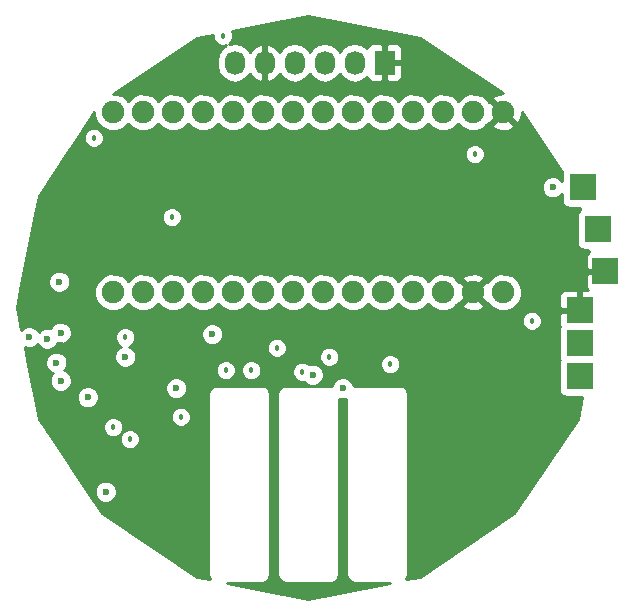
<source format=gbr>
G04 #@! TF.FileFunction,Copper,L2,Inr,Plane*
%FSLAX46Y46*%
G04 Gerber Fmt 4.6, Leading zero omitted, Abs format (unit mm)*
G04 Created by KiCad (PCBNEW 4.0.2-stable) date 7/7/2016 4:53:18 PM*
%MOMM*%
G01*
G04 APERTURE LIST*
%ADD10C,0.100000*%
%ADD11C,1.900000*%
%ADD12R,2.235200X2.235200*%
%ADD13R,1.727200X2.032000*%
%ADD14O,1.727200X2.032000*%
%ADD15C,0.457200*%
%ADD16C,0.600000*%
%ADD17C,0.254000*%
G04 APERTURE END LIST*
D10*
D11*
X162560000Y-76200000D03*
X160020000Y-76200000D03*
X157480000Y-76200000D03*
X154940000Y-76200000D03*
X152400000Y-76200000D03*
X149860000Y-76200000D03*
X147320000Y-76200000D03*
X144780000Y-76200000D03*
X142240000Y-76200000D03*
X139700000Y-76200000D03*
X137160000Y-76200000D03*
X134620000Y-76200000D03*
X132080000Y-76200000D03*
X132080000Y-91440000D03*
X134620000Y-91440000D03*
X137160000Y-91440000D03*
X139700000Y-91440000D03*
X142240000Y-91440000D03*
X144780000Y-91440000D03*
X147320000Y-91440000D03*
X149860000Y-91440000D03*
X152400000Y-91440000D03*
X154940000Y-91440000D03*
X157480000Y-91440000D03*
X160020000Y-91440000D03*
X162560000Y-91440000D03*
X165100000Y-91440000D03*
X165100000Y-76200000D03*
D12*
X171831000Y-82550000D03*
X173101000Y-86106000D03*
X173736000Y-89662000D03*
X171577000Y-95758000D03*
D13*
X155067000Y-72009000D03*
D14*
X152527000Y-72009000D03*
X149987000Y-72009000D03*
X147447000Y-72009000D03*
X144907000Y-72009000D03*
X142367000Y-72009000D03*
D12*
X171577000Y-98552000D03*
X171577000Y-92964000D03*
D15*
X133477000Y-103886000D03*
X167513000Y-93853000D03*
X130429000Y-78359000D03*
X141605000Y-98044000D03*
X162687000Y-79756000D03*
X141351000Y-69723000D03*
X137033000Y-85090000D03*
D16*
X124968000Y-95250000D03*
X169291000Y-82550000D03*
X140462000Y-94996000D03*
D15*
X164719000Y-93980000D03*
X160528000Y-79629000D03*
X140081000Y-88900000D03*
X168148000Y-88773000D03*
X159385000Y-84836000D03*
X140335000Y-80010000D03*
D16*
X145605500Y-107886500D03*
X162179000Y-111506000D03*
X148082000Y-94107000D03*
X151447500Y-107759500D03*
X171704000Y-89662000D03*
X137287000Y-98425000D03*
X133604000Y-107950000D03*
X126619000Y-103124000D03*
X127635000Y-95885000D03*
X129921000Y-100330000D03*
X131445000Y-108331000D03*
X127635000Y-94869000D03*
D15*
X137795000Y-101981000D03*
X132080000Y-102870000D03*
X143764000Y-98044000D03*
X133096000Y-95250000D03*
D16*
X151511000Y-99568000D03*
X137414000Y-99568000D03*
X133096000Y-96901000D03*
X126492000Y-95377000D03*
X127254000Y-97409000D03*
X148971000Y-98425000D03*
D15*
X155532000Y-97536000D03*
D16*
X127508000Y-90551000D03*
X127635000Y-98933000D03*
D15*
X150368000Y-96901000D03*
X148082000Y-98171000D03*
X145923000Y-96139000D03*
D17*
G36*
X158038454Y-69899414D02*
X165094319Y-74613993D01*
X164722539Y-74628648D01*
X164255792Y-74821981D01*
X164163255Y-75083650D01*
X165100000Y-76020395D01*
X165114143Y-76006253D01*
X165293748Y-76185858D01*
X165279605Y-76200000D01*
X166216350Y-77136745D01*
X166478019Y-77044208D01*
X166696188Y-76452602D01*
X166686483Y-76206394D01*
X170092109Y-81303272D01*
X170065960Y-81432400D01*
X170065960Y-82002868D01*
X169821327Y-81757808D01*
X169477799Y-81615162D01*
X169105833Y-81614838D01*
X168762057Y-81756883D01*
X168498808Y-82019673D01*
X168356162Y-82363201D01*
X168355838Y-82735167D01*
X168497883Y-83078943D01*
X168760673Y-83342192D01*
X169104201Y-83484838D01*
X169476167Y-83485162D01*
X169819943Y-83343117D01*
X170065960Y-83097529D01*
X170065960Y-83667600D01*
X170110238Y-83902917D01*
X170249310Y-84119041D01*
X170461510Y-84264031D01*
X170713400Y-84315040D01*
X171610139Y-84315040D01*
X171638171Y-84455965D01*
X171531959Y-84524310D01*
X171386969Y-84736510D01*
X171335960Y-84988400D01*
X171335960Y-87223600D01*
X171380238Y-87458917D01*
X171519310Y-87675041D01*
X171731510Y-87820031D01*
X171983400Y-87871040D01*
X172317471Y-87871040D01*
X172351195Y-88040580D01*
X172207073Y-88184701D01*
X172110400Y-88418090D01*
X172110400Y-89376250D01*
X172269150Y-89535000D01*
X172648453Y-89535000D01*
X172698977Y-89789000D01*
X172269150Y-89789000D01*
X172110400Y-89947750D01*
X172110400Y-90905910D01*
X172207073Y-91139299D01*
X172279174Y-91211400D01*
X171862750Y-91211400D01*
X171704000Y-91370150D01*
X171704000Y-92837000D01*
X171724000Y-92837000D01*
X171724000Y-93091000D01*
X171704000Y-93091000D01*
X171704000Y-93111000D01*
X171450000Y-93111000D01*
X171450000Y-93091000D01*
X169983150Y-93091000D01*
X169824400Y-93249750D01*
X169824400Y-94207910D01*
X169885530Y-94355491D01*
X169862969Y-94388510D01*
X169811960Y-94640400D01*
X169811960Y-96875600D01*
X169856238Y-97110917D01*
X169883228Y-97152860D01*
X169862969Y-97182510D01*
X169811960Y-97434400D01*
X169811960Y-99669600D01*
X169856238Y-99904917D01*
X169995310Y-100121041D01*
X170207510Y-100266031D01*
X170459400Y-100317040D01*
X171766866Y-100317040D01*
X171400586Y-102158454D01*
X166048466Y-110168466D01*
X158038454Y-115520586D01*
X156884421Y-115750137D01*
X156992954Y-115587705D01*
X157047000Y-115316000D01*
X157047000Y-100076000D01*
X156992954Y-99804295D01*
X156839046Y-99573954D01*
X156608705Y-99420046D01*
X156337000Y-99366000D01*
X152527000Y-99366000D01*
X152445874Y-99382137D01*
X152304117Y-99039057D01*
X152041327Y-98775808D01*
X151697799Y-98633162D01*
X151325833Y-98632838D01*
X150982057Y-98774883D01*
X150718808Y-99037673D01*
X150576162Y-99381201D01*
X150576161Y-99382144D01*
X150495000Y-99366000D01*
X146685000Y-99366000D01*
X146413295Y-99420046D01*
X146182954Y-99573954D01*
X146029046Y-99804295D01*
X145975000Y-100076000D01*
X145975000Y-115316000D01*
X146029046Y-115587705D01*
X146182954Y-115818046D01*
X146413295Y-115971954D01*
X146685000Y-116026000D01*
X150495000Y-116026000D01*
X150766705Y-115971954D01*
X150997046Y-115818046D01*
X151150954Y-115587705D01*
X151205000Y-115316000D01*
X151205000Y-100453341D01*
X151324201Y-100502838D01*
X151696167Y-100503162D01*
X151817000Y-100453235D01*
X151817000Y-115316000D01*
X151871046Y-115587705D01*
X152024954Y-115818046D01*
X152255295Y-115971954D01*
X152527000Y-116026000D01*
X155497566Y-116026000D01*
X148590000Y-117400000D01*
X141682434Y-116026000D01*
X144653000Y-116026000D01*
X144924705Y-115971954D01*
X145155046Y-115818046D01*
X145308954Y-115587705D01*
X145363000Y-115316000D01*
X145363000Y-100076000D01*
X145308954Y-99804295D01*
X145155046Y-99573954D01*
X144924705Y-99420046D01*
X144653000Y-99366000D01*
X140843000Y-99366000D01*
X140571295Y-99420046D01*
X140340954Y-99573954D01*
X140187046Y-99804295D01*
X140133000Y-100076000D01*
X140133000Y-115316000D01*
X140187046Y-115587705D01*
X140295579Y-115750137D01*
X139141546Y-115520586D01*
X131131534Y-110168466D01*
X130027503Y-108516167D01*
X130509838Y-108516167D01*
X130651883Y-108859943D01*
X130914673Y-109123192D01*
X131258201Y-109265838D01*
X131630167Y-109266162D01*
X131973943Y-109124117D01*
X132237192Y-108861327D01*
X132379838Y-108517799D01*
X132380162Y-108145833D01*
X132238117Y-107802057D01*
X131975327Y-107538808D01*
X131631799Y-107396162D01*
X131259833Y-107395838D01*
X130916057Y-107537883D01*
X130652808Y-107800673D01*
X130510162Y-108144201D01*
X130509838Y-108516167D01*
X130027503Y-108516167D01*
X126369131Y-103041027D01*
X131216250Y-103041027D01*
X131347449Y-103358551D01*
X131590171Y-103601698D01*
X131907466Y-103733450D01*
X132251027Y-103733750D01*
X132568551Y-103602551D01*
X132724070Y-103447304D01*
X132613550Y-103713466D01*
X132613250Y-104057027D01*
X132744449Y-104374551D01*
X132987171Y-104617698D01*
X133304466Y-104749450D01*
X133648027Y-104749750D01*
X133965551Y-104618551D01*
X134208698Y-104375829D01*
X134340450Y-104058534D01*
X134340750Y-103714973D01*
X134209551Y-103397449D01*
X133966829Y-103154302D01*
X133649534Y-103022550D01*
X133305973Y-103022250D01*
X132988449Y-103153449D01*
X132832930Y-103308696D01*
X132943450Y-103042534D01*
X132943750Y-102698973D01*
X132812551Y-102381449D01*
X132583531Y-102152027D01*
X136931250Y-102152027D01*
X137062449Y-102469551D01*
X137305171Y-102712698D01*
X137622466Y-102844450D01*
X137966027Y-102844750D01*
X138283551Y-102713551D01*
X138526698Y-102470829D01*
X138658450Y-102153534D01*
X138658750Y-101809973D01*
X138527551Y-101492449D01*
X138284829Y-101249302D01*
X137967534Y-101117550D01*
X137623973Y-101117250D01*
X137306449Y-101248449D01*
X137063302Y-101491171D01*
X136931550Y-101808466D01*
X136931250Y-102152027D01*
X132583531Y-102152027D01*
X132569829Y-102138302D01*
X132252534Y-102006550D01*
X131908973Y-102006250D01*
X131591449Y-102137449D01*
X131348302Y-102380171D01*
X131216550Y-102697466D01*
X131216250Y-103041027D01*
X126369131Y-103041027D01*
X125779414Y-102158454D01*
X125452545Y-100515167D01*
X128985838Y-100515167D01*
X129127883Y-100858943D01*
X129390673Y-101122192D01*
X129734201Y-101264838D01*
X130106167Y-101265162D01*
X130449943Y-101123117D01*
X130713192Y-100860327D01*
X130855838Y-100516799D01*
X130856162Y-100144833D01*
X130714117Y-99801057D01*
X130666311Y-99753167D01*
X136478838Y-99753167D01*
X136620883Y-100096943D01*
X136883673Y-100360192D01*
X137227201Y-100502838D01*
X137599167Y-100503162D01*
X137942943Y-100361117D01*
X138206192Y-100098327D01*
X138348838Y-99754799D01*
X138349162Y-99382833D01*
X138207117Y-99039057D01*
X137944327Y-98775808D01*
X137600799Y-98633162D01*
X137228833Y-98632838D01*
X136885057Y-98774883D01*
X136621808Y-99037673D01*
X136479162Y-99381201D01*
X136478838Y-99753167D01*
X130666311Y-99753167D01*
X130451327Y-99537808D01*
X130107799Y-99395162D01*
X129735833Y-99394838D01*
X129392057Y-99536883D01*
X129128808Y-99799673D01*
X128986162Y-100143201D01*
X128985838Y-100515167D01*
X125452545Y-100515167D01*
X124871522Y-97594167D01*
X126318838Y-97594167D01*
X126460883Y-97937943D01*
X126723673Y-98201192D01*
X126950351Y-98295317D01*
X126842808Y-98402673D01*
X126700162Y-98746201D01*
X126699838Y-99118167D01*
X126841883Y-99461943D01*
X127104673Y-99725192D01*
X127448201Y-99867838D01*
X127820167Y-99868162D01*
X128163943Y-99726117D01*
X128427192Y-99463327D01*
X128569838Y-99119799D01*
X128570162Y-98747833D01*
X128428117Y-98404057D01*
X128239417Y-98215027D01*
X140741250Y-98215027D01*
X140872449Y-98532551D01*
X141115171Y-98775698D01*
X141432466Y-98907450D01*
X141776027Y-98907750D01*
X142093551Y-98776551D01*
X142336698Y-98533829D01*
X142468450Y-98216534D01*
X142468451Y-98215027D01*
X142900250Y-98215027D01*
X143031449Y-98532551D01*
X143274171Y-98775698D01*
X143591466Y-98907450D01*
X143935027Y-98907750D01*
X144252551Y-98776551D01*
X144495698Y-98533829D01*
X144575340Y-98342027D01*
X147218250Y-98342027D01*
X147349449Y-98659551D01*
X147592171Y-98902698D01*
X147909466Y-99034450D01*
X148253027Y-99034750D01*
X148256937Y-99033135D01*
X148440673Y-99217192D01*
X148784201Y-99359838D01*
X149156167Y-99360162D01*
X149499943Y-99218117D01*
X149763192Y-98955327D01*
X149905838Y-98611799D01*
X149906162Y-98239833D01*
X149764117Y-97896057D01*
X149501327Y-97632808D01*
X149157799Y-97490162D01*
X148785833Y-97489838D01*
X148670038Y-97537683D01*
X148571829Y-97439302D01*
X148254534Y-97307550D01*
X147910973Y-97307250D01*
X147593449Y-97438449D01*
X147350302Y-97681171D01*
X147218550Y-97998466D01*
X147218250Y-98342027D01*
X144575340Y-98342027D01*
X144627450Y-98216534D01*
X144627750Y-97872973D01*
X144496551Y-97555449D01*
X144253829Y-97312302D01*
X143936534Y-97180550D01*
X143592973Y-97180250D01*
X143275449Y-97311449D01*
X143032302Y-97554171D01*
X142900550Y-97871466D01*
X142900250Y-98215027D01*
X142468451Y-98215027D01*
X142468750Y-97872973D01*
X142337551Y-97555449D01*
X142094829Y-97312302D01*
X141777534Y-97180550D01*
X141433973Y-97180250D01*
X141116449Y-97311449D01*
X140873302Y-97554171D01*
X140741550Y-97871466D01*
X140741250Y-98215027D01*
X128239417Y-98215027D01*
X128165327Y-98140808D01*
X127938649Y-98046683D01*
X128046192Y-97939327D01*
X128188838Y-97595799D01*
X128189162Y-97223833D01*
X128132280Y-97086167D01*
X132160838Y-97086167D01*
X132302883Y-97429943D01*
X132565673Y-97693192D01*
X132909201Y-97835838D01*
X133281167Y-97836162D01*
X133624943Y-97694117D01*
X133888192Y-97431327D01*
X134030838Y-97087799D01*
X134030851Y-97072027D01*
X149504250Y-97072027D01*
X149635449Y-97389551D01*
X149878171Y-97632698D01*
X150195466Y-97764450D01*
X150539027Y-97764750D01*
X150678726Y-97707027D01*
X154668250Y-97707027D01*
X154799449Y-98024551D01*
X155042171Y-98267698D01*
X155359466Y-98399450D01*
X155703027Y-98399750D01*
X156020551Y-98268551D01*
X156263698Y-98025829D01*
X156395450Y-97708534D01*
X156395750Y-97364973D01*
X156264551Y-97047449D01*
X156021829Y-96804302D01*
X155704534Y-96672550D01*
X155360973Y-96672250D01*
X155043449Y-96803449D01*
X154800302Y-97046171D01*
X154668550Y-97363466D01*
X154668250Y-97707027D01*
X150678726Y-97707027D01*
X150856551Y-97633551D01*
X151099698Y-97390829D01*
X151231450Y-97073534D01*
X151231750Y-96729973D01*
X151100551Y-96412449D01*
X150857829Y-96169302D01*
X150540534Y-96037550D01*
X150196973Y-96037250D01*
X149879449Y-96168449D01*
X149636302Y-96411171D01*
X149504550Y-96728466D01*
X149504250Y-97072027D01*
X134030851Y-97072027D01*
X134031162Y-96715833D01*
X133889117Y-96372057D01*
X133827196Y-96310027D01*
X145059250Y-96310027D01*
X145190449Y-96627551D01*
X145433171Y-96870698D01*
X145750466Y-97002450D01*
X146094027Y-97002750D01*
X146411551Y-96871551D01*
X146654698Y-96628829D01*
X146786450Y-96311534D01*
X146786750Y-95967973D01*
X146655551Y-95650449D01*
X146412829Y-95407302D01*
X146095534Y-95275550D01*
X145751973Y-95275250D01*
X145434449Y-95406449D01*
X145191302Y-95649171D01*
X145059550Y-95966466D01*
X145059250Y-96310027D01*
X133827196Y-96310027D01*
X133626327Y-96108808D01*
X133453086Y-96036872D01*
X133584551Y-95982551D01*
X133827698Y-95739829D01*
X133959450Y-95422534D01*
X133959660Y-95181167D01*
X139526838Y-95181167D01*
X139668883Y-95524943D01*
X139931673Y-95788192D01*
X140275201Y-95930838D01*
X140647167Y-95931162D01*
X140990943Y-95789117D01*
X141254192Y-95526327D01*
X141396838Y-95182799D01*
X141397162Y-94810833D01*
X141255117Y-94467057D01*
X140992327Y-94203808D01*
X140648799Y-94061162D01*
X140276833Y-94060838D01*
X139933057Y-94202883D01*
X139669808Y-94465673D01*
X139527162Y-94809201D01*
X139526838Y-95181167D01*
X133959660Y-95181167D01*
X133959750Y-95078973D01*
X133828551Y-94761449D01*
X133585829Y-94518302D01*
X133268534Y-94386550D01*
X132924973Y-94386250D01*
X132607449Y-94517449D01*
X132364302Y-94760171D01*
X132232550Y-95077466D01*
X132232250Y-95421027D01*
X132363449Y-95738551D01*
X132606171Y-95981698D01*
X132738981Y-96036845D01*
X132567057Y-96107883D01*
X132303808Y-96370673D01*
X132161162Y-96714201D01*
X132160838Y-97086167D01*
X128132280Y-97086167D01*
X128047117Y-96880057D01*
X127784327Y-96616808D01*
X127440799Y-96474162D01*
X127068833Y-96473838D01*
X126725057Y-96615883D01*
X126461808Y-96878673D01*
X126319162Y-97222201D01*
X126318838Y-97594167D01*
X124871522Y-97594167D01*
X124574081Y-96098834D01*
X124781201Y-96184838D01*
X125153167Y-96185162D01*
X125496943Y-96043117D01*
X125680040Y-95860339D01*
X125698883Y-95905943D01*
X125961673Y-96169192D01*
X126305201Y-96311838D01*
X126677167Y-96312162D01*
X127020943Y-96170117D01*
X127284192Y-95907327D01*
X127344965Y-95760970D01*
X127448201Y-95803838D01*
X127820167Y-95804162D01*
X128163943Y-95662117D01*
X128427192Y-95399327D01*
X128569838Y-95055799D01*
X128570162Y-94683833D01*
X128428117Y-94340057D01*
X128165327Y-94076808D01*
X128038217Y-94024027D01*
X166649250Y-94024027D01*
X166780449Y-94341551D01*
X167023171Y-94584698D01*
X167340466Y-94716450D01*
X167684027Y-94716750D01*
X168001551Y-94585551D01*
X168244698Y-94342829D01*
X168376450Y-94025534D01*
X168376750Y-93681973D01*
X168245551Y-93364449D01*
X168002829Y-93121302D01*
X167685534Y-92989550D01*
X167341973Y-92989250D01*
X167024449Y-93120449D01*
X166781302Y-93363171D01*
X166649550Y-93680466D01*
X166649250Y-94024027D01*
X128038217Y-94024027D01*
X127821799Y-93934162D01*
X127449833Y-93933838D01*
X127106057Y-94075883D01*
X126842808Y-94338673D01*
X126782035Y-94485030D01*
X126678799Y-94442162D01*
X126306833Y-94441838D01*
X125963057Y-94583883D01*
X125779960Y-94766661D01*
X125761117Y-94721057D01*
X125498327Y-94457808D01*
X125154799Y-94315162D01*
X124782833Y-94314838D01*
X124439057Y-94456883D01*
X124279216Y-94616446D01*
X123900000Y-92710000D01*
X124090181Y-91753893D01*
X130494725Y-91753893D01*
X130735519Y-92336657D01*
X131180997Y-92782914D01*
X131763341Y-93024724D01*
X132393893Y-93025275D01*
X132976657Y-92784481D01*
X133350261Y-92411529D01*
X133720997Y-92782914D01*
X134303341Y-93024724D01*
X134933893Y-93025275D01*
X135516657Y-92784481D01*
X135890261Y-92411529D01*
X136260997Y-92782914D01*
X136843341Y-93024724D01*
X137473893Y-93025275D01*
X138056657Y-92784481D01*
X138430261Y-92411529D01*
X138800997Y-92782914D01*
X139383341Y-93024724D01*
X140013893Y-93025275D01*
X140596657Y-92784481D01*
X140970261Y-92411529D01*
X141340997Y-92782914D01*
X141923341Y-93024724D01*
X142553893Y-93025275D01*
X143136657Y-92784481D01*
X143510261Y-92411529D01*
X143880997Y-92782914D01*
X144463341Y-93024724D01*
X145093893Y-93025275D01*
X145676657Y-92784481D01*
X146050261Y-92411529D01*
X146420997Y-92782914D01*
X147003341Y-93024724D01*
X147633893Y-93025275D01*
X148216657Y-92784481D01*
X148590261Y-92411529D01*
X148960997Y-92782914D01*
X149543341Y-93024724D01*
X150173893Y-93025275D01*
X150756657Y-92784481D01*
X151130261Y-92411529D01*
X151500997Y-92782914D01*
X152083341Y-93024724D01*
X152713893Y-93025275D01*
X153296657Y-92784481D01*
X153670261Y-92411529D01*
X154040997Y-92782914D01*
X154623341Y-93024724D01*
X155253893Y-93025275D01*
X155836657Y-92784481D01*
X156210261Y-92411529D01*
X156580997Y-92782914D01*
X157163341Y-93024724D01*
X157793893Y-93025275D01*
X158376657Y-92784481D01*
X158750261Y-92411529D01*
X159120997Y-92782914D01*
X159703341Y-93024724D01*
X160333893Y-93025275D01*
X160916657Y-92784481D01*
X161145186Y-92556350D01*
X161623255Y-92556350D01*
X161715792Y-92818019D01*
X162307398Y-93036188D01*
X162937461Y-93011352D01*
X163404208Y-92818019D01*
X163496745Y-92556350D01*
X162560000Y-91619605D01*
X161623255Y-92556350D01*
X161145186Y-92556350D01*
X161356116Y-92345789D01*
X161443650Y-92376745D01*
X162380395Y-91440000D01*
X162739605Y-91440000D01*
X163676350Y-92376745D01*
X163764439Y-92345593D01*
X164200997Y-92782914D01*
X164783341Y-93024724D01*
X165413893Y-93025275D01*
X165996657Y-92784481D01*
X166442914Y-92339003D01*
X166684724Y-91756659D01*
X166684755Y-91720090D01*
X169824400Y-91720090D01*
X169824400Y-92678250D01*
X169983150Y-92837000D01*
X171450000Y-92837000D01*
X171450000Y-91370150D01*
X171291250Y-91211400D01*
X170333091Y-91211400D01*
X170099702Y-91308073D01*
X169921073Y-91486701D01*
X169824400Y-91720090D01*
X166684755Y-91720090D01*
X166685275Y-91126107D01*
X166444481Y-90543343D01*
X165999003Y-90097086D01*
X165416659Y-89855276D01*
X164786107Y-89854725D01*
X164203343Y-90095519D01*
X163763884Y-90534211D01*
X163676350Y-90503255D01*
X162739605Y-91440000D01*
X162380395Y-91440000D01*
X161443650Y-90503255D01*
X161355561Y-90534407D01*
X161145172Y-90323650D01*
X161623255Y-90323650D01*
X162560000Y-91260395D01*
X163496745Y-90323650D01*
X163404208Y-90061981D01*
X162812602Y-89843812D01*
X162182539Y-89868648D01*
X161715792Y-90061981D01*
X161623255Y-90323650D01*
X161145172Y-90323650D01*
X160919003Y-90097086D01*
X160336659Y-89855276D01*
X159706107Y-89854725D01*
X159123343Y-90095519D01*
X158749739Y-90468471D01*
X158379003Y-90097086D01*
X157796659Y-89855276D01*
X157166107Y-89854725D01*
X156583343Y-90095519D01*
X156209739Y-90468471D01*
X155839003Y-90097086D01*
X155256659Y-89855276D01*
X154626107Y-89854725D01*
X154043343Y-90095519D01*
X153669739Y-90468471D01*
X153299003Y-90097086D01*
X152716659Y-89855276D01*
X152086107Y-89854725D01*
X151503343Y-90095519D01*
X151129739Y-90468471D01*
X150759003Y-90097086D01*
X150176659Y-89855276D01*
X149546107Y-89854725D01*
X148963343Y-90095519D01*
X148589739Y-90468471D01*
X148219003Y-90097086D01*
X147636659Y-89855276D01*
X147006107Y-89854725D01*
X146423343Y-90095519D01*
X146049739Y-90468471D01*
X145679003Y-90097086D01*
X145096659Y-89855276D01*
X144466107Y-89854725D01*
X143883343Y-90095519D01*
X143509739Y-90468471D01*
X143139003Y-90097086D01*
X142556659Y-89855276D01*
X141926107Y-89854725D01*
X141343343Y-90095519D01*
X140969739Y-90468471D01*
X140599003Y-90097086D01*
X140016659Y-89855276D01*
X139386107Y-89854725D01*
X138803343Y-90095519D01*
X138429739Y-90468471D01*
X138059003Y-90097086D01*
X137476659Y-89855276D01*
X136846107Y-89854725D01*
X136263343Y-90095519D01*
X135889739Y-90468471D01*
X135519003Y-90097086D01*
X134936659Y-89855276D01*
X134306107Y-89854725D01*
X133723343Y-90095519D01*
X133349739Y-90468471D01*
X132979003Y-90097086D01*
X132396659Y-89855276D01*
X131766107Y-89854725D01*
X131183343Y-90095519D01*
X130737086Y-90540997D01*
X130495276Y-91123341D01*
X130494725Y-91753893D01*
X124090181Y-91753893D01*
X124292619Y-90736167D01*
X126572838Y-90736167D01*
X126714883Y-91079943D01*
X126977673Y-91343192D01*
X127321201Y-91485838D01*
X127693167Y-91486162D01*
X128036943Y-91344117D01*
X128300192Y-91081327D01*
X128442838Y-90737799D01*
X128443162Y-90365833D01*
X128301117Y-90022057D01*
X128038327Y-89758808D01*
X127694799Y-89616162D01*
X127322833Y-89615838D01*
X126979057Y-89757883D01*
X126715808Y-90020673D01*
X126573162Y-90364201D01*
X126572838Y-90736167D01*
X124292619Y-90736167D01*
X125381692Y-85261027D01*
X136169250Y-85261027D01*
X136300449Y-85578551D01*
X136543171Y-85821698D01*
X136860466Y-85953450D01*
X137204027Y-85953750D01*
X137521551Y-85822551D01*
X137764698Y-85579829D01*
X137896450Y-85262534D01*
X137896750Y-84918973D01*
X137765551Y-84601449D01*
X137522829Y-84358302D01*
X137205534Y-84226550D01*
X136861973Y-84226250D01*
X136544449Y-84357449D01*
X136301302Y-84600171D01*
X136169550Y-84917466D01*
X136169250Y-85261027D01*
X125381692Y-85261027D01*
X125779414Y-83261546D01*
X128007468Y-79927027D01*
X161823250Y-79927027D01*
X161954449Y-80244551D01*
X162197171Y-80487698D01*
X162514466Y-80619450D01*
X162858027Y-80619750D01*
X163175551Y-80488551D01*
X163418698Y-80245829D01*
X163550450Y-79928534D01*
X163550750Y-79584973D01*
X163419551Y-79267449D01*
X163176829Y-79024302D01*
X162859534Y-78892550D01*
X162515973Y-78892250D01*
X162198449Y-79023449D01*
X161955302Y-79266171D01*
X161823550Y-79583466D01*
X161823250Y-79927027D01*
X128007468Y-79927027D01*
X128940914Y-78530027D01*
X129565250Y-78530027D01*
X129696449Y-78847551D01*
X129939171Y-79090698D01*
X130256466Y-79222450D01*
X130600027Y-79222750D01*
X130917551Y-79091551D01*
X131160698Y-78848829D01*
X131292450Y-78531534D01*
X131292750Y-78187973D01*
X131161551Y-77870449D01*
X130918829Y-77627302D01*
X130601534Y-77495550D01*
X130257973Y-77495250D01*
X129940449Y-77626449D01*
X129697302Y-77869171D01*
X129565550Y-78186466D01*
X129565250Y-78530027D01*
X128940914Y-78530027D01*
X130494996Y-76204181D01*
X130494725Y-76513893D01*
X130735519Y-77096657D01*
X131180997Y-77542914D01*
X131763341Y-77784724D01*
X132393893Y-77785275D01*
X132976657Y-77544481D01*
X133350261Y-77171529D01*
X133720997Y-77542914D01*
X134303341Y-77784724D01*
X134933893Y-77785275D01*
X135516657Y-77544481D01*
X135890261Y-77171529D01*
X136260997Y-77542914D01*
X136843341Y-77784724D01*
X137473893Y-77785275D01*
X138056657Y-77544481D01*
X138430261Y-77171529D01*
X138800997Y-77542914D01*
X139383341Y-77784724D01*
X140013893Y-77785275D01*
X140596657Y-77544481D01*
X140970261Y-77171529D01*
X141340997Y-77542914D01*
X141923341Y-77784724D01*
X142553893Y-77785275D01*
X143136657Y-77544481D01*
X143510261Y-77171529D01*
X143880997Y-77542914D01*
X144463341Y-77784724D01*
X145093893Y-77785275D01*
X145676657Y-77544481D01*
X146050261Y-77171529D01*
X146420997Y-77542914D01*
X147003341Y-77784724D01*
X147633893Y-77785275D01*
X148216657Y-77544481D01*
X148590261Y-77171529D01*
X148960997Y-77542914D01*
X149543341Y-77784724D01*
X150173893Y-77785275D01*
X150756657Y-77544481D01*
X151130261Y-77171529D01*
X151500997Y-77542914D01*
X152083341Y-77784724D01*
X152713893Y-77785275D01*
X153296657Y-77544481D01*
X153670261Y-77171529D01*
X154040997Y-77542914D01*
X154623341Y-77784724D01*
X155253893Y-77785275D01*
X155836657Y-77544481D01*
X156210261Y-77171529D01*
X156580997Y-77542914D01*
X157163341Y-77784724D01*
X157793893Y-77785275D01*
X158376657Y-77544481D01*
X158750261Y-77171529D01*
X159120997Y-77542914D01*
X159703341Y-77784724D01*
X160333893Y-77785275D01*
X160916657Y-77544481D01*
X161290261Y-77171529D01*
X161660997Y-77542914D01*
X162243341Y-77784724D01*
X162873893Y-77785275D01*
X163456657Y-77544481D01*
X163685186Y-77316350D01*
X164163255Y-77316350D01*
X164255792Y-77578019D01*
X164847398Y-77796188D01*
X165477461Y-77771352D01*
X165944208Y-77578019D01*
X166036745Y-77316350D01*
X165100000Y-76379605D01*
X164163255Y-77316350D01*
X163685186Y-77316350D01*
X163896116Y-77105789D01*
X163983650Y-77136745D01*
X164920395Y-76200000D01*
X163983650Y-75263255D01*
X163895561Y-75294407D01*
X163459003Y-74857086D01*
X162876659Y-74615276D01*
X162246107Y-74614725D01*
X161663343Y-74855519D01*
X161289739Y-75228471D01*
X160919003Y-74857086D01*
X160336659Y-74615276D01*
X159706107Y-74614725D01*
X159123343Y-74855519D01*
X158749739Y-75228471D01*
X158379003Y-74857086D01*
X157796659Y-74615276D01*
X157166107Y-74614725D01*
X156583343Y-74855519D01*
X156209739Y-75228471D01*
X155839003Y-74857086D01*
X155256659Y-74615276D01*
X154626107Y-74614725D01*
X154043343Y-74855519D01*
X153669739Y-75228471D01*
X153299003Y-74857086D01*
X152716659Y-74615276D01*
X152086107Y-74614725D01*
X151503343Y-74855519D01*
X151129739Y-75228471D01*
X150759003Y-74857086D01*
X150176659Y-74615276D01*
X149546107Y-74614725D01*
X148963343Y-74855519D01*
X148589739Y-75228471D01*
X148219003Y-74857086D01*
X147636659Y-74615276D01*
X147006107Y-74614725D01*
X146423343Y-74855519D01*
X146049739Y-75228471D01*
X145679003Y-74857086D01*
X145096659Y-74615276D01*
X144466107Y-74614725D01*
X143883343Y-74855519D01*
X143509739Y-75228471D01*
X143139003Y-74857086D01*
X142556659Y-74615276D01*
X141926107Y-74614725D01*
X141343343Y-74855519D01*
X140969739Y-75228471D01*
X140599003Y-74857086D01*
X140016659Y-74615276D01*
X139386107Y-74614725D01*
X138803343Y-74855519D01*
X138429739Y-75228471D01*
X138059003Y-74857086D01*
X137476659Y-74615276D01*
X136846107Y-74614725D01*
X136263343Y-74855519D01*
X135889739Y-75228471D01*
X135519003Y-74857086D01*
X134936659Y-74615276D01*
X134306107Y-74614725D01*
X133723343Y-74855519D01*
X133349739Y-75228471D01*
X132979003Y-74857086D01*
X132396659Y-74615276D01*
X132084170Y-74615003D01*
X139141546Y-69899414D01*
X140487479Y-69631691D01*
X140487250Y-69894027D01*
X140618449Y-70211551D01*
X140861171Y-70454698D01*
X141178466Y-70586450D01*
X141522027Y-70586750D01*
X141656854Y-70531040D01*
X141307330Y-70764585D01*
X140982474Y-71250766D01*
X140868400Y-71824255D01*
X140868400Y-72193745D01*
X140982474Y-72767234D01*
X141307330Y-73253415D01*
X141793511Y-73578271D01*
X142367000Y-73692345D01*
X142940489Y-73578271D01*
X143426670Y-73253415D01*
X143633461Y-72943931D01*
X144004964Y-73359732D01*
X144532209Y-73613709D01*
X144547974Y-73616358D01*
X144780000Y-73495217D01*
X144780000Y-72136000D01*
X144760000Y-72136000D01*
X144760000Y-71882000D01*
X144780000Y-71882000D01*
X144780000Y-70522783D01*
X145034000Y-70522783D01*
X145034000Y-71882000D01*
X145054000Y-71882000D01*
X145054000Y-72136000D01*
X145034000Y-72136000D01*
X145034000Y-73495217D01*
X145266026Y-73616358D01*
X145281791Y-73613709D01*
X145809036Y-73359732D01*
X146180539Y-72943931D01*
X146387330Y-73253415D01*
X146873511Y-73578271D01*
X147447000Y-73692345D01*
X148020489Y-73578271D01*
X148506670Y-73253415D01*
X148717000Y-72938634D01*
X148927330Y-73253415D01*
X149413511Y-73578271D01*
X149987000Y-73692345D01*
X150560489Y-73578271D01*
X151046670Y-73253415D01*
X151257000Y-72938634D01*
X151467330Y-73253415D01*
X151953511Y-73578271D01*
X152527000Y-73692345D01*
X153100489Y-73578271D01*
X153586670Y-73253415D01*
X153601500Y-73231220D01*
X153665073Y-73384698D01*
X153843701Y-73563327D01*
X154077090Y-73660000D01*
X154781250Y-73660000D01*
X154940000Y-73501250D01*
X154940000Y-72136000D01*
X155194000Y-72136000D01*
X155194000Y-73501250D01*
X155352750Y-73660000D01*
X156056910Y-73660000D01*
X156290299Y-73563327D01*
X156468927Y-73384698D01*
X156565600Y-73151309D01*
X156565600Y-72294750D01*
X156406850Y-72136000D01*
X155194000Y-72136000D01*
X154940000Y-72136000D01*
X154920000Y-72136000D01*
X154920000Y-71882000D01*
X154940000Y-71882000D01*
X154940000Y-70516750D01*
X155194000Y-70516750D01*
X155194000Y-71882000D01*
X156406850Y-71882000D01*
X156565600Y-71723250D01*
X156565600Y-70866691D01*
X156468927Y-70633302D01*
X156290299Y-70454673D01*
X156056910Y-70358000D01*
X155352750Y-70358000D01*
X155194000Y-70516750D01*
X154940000Y-70516750D01*
X154781250Y-70358000D01*
X154077090Y-70358000D01*
X153843701Y-70454673D01*
X153665073Y-70633302D01*
X153601500Y-70786780D01*
X153586670Y-70764585D01*
X153100489Y-70439729D01*
X152527000Y-70325655D01*
X151953511Y-70439729D01*
X151467330Y-70764585D01*
X151257000Y-71079366D01*
X151046670Y-70764585D01*
X150560489Y-70439729D01*
X149987000Y-70325655D01*
X149413511Y-70439729D01*
X148927330Y-70764585D01*
X148717000Y-71079366D01*
X148506670Y-70764585D01*
X148020489Y-70439729D01*
X147447000Y-70325655D01*
X146873511Y-70439729D01*
X146387330Y-70764585D01*
X146180539Y-71074069D01*
X145809036Y-70658268D01*
X145281791Y-70404291D01*
X145266026Y-70401642D01*
X145034000Y-70522783D01*
X144780000Y-70522783D01*
X144547974Y-70401642D01*
X144532209Y-70404291D01*
X144004964Y-70658268D01*
X143633461Y-71074069D01*
X143426670Y-70764585D01*
X142940489Y-70439729D01*
X142367000Y-70325655D01*
X141870802Y-70424355D01*
X142082698Y-70212829D01*
X142214450Y-69895534D01*
X142214750Y-69551973D01*
X142114006Y-69308155D01*
X148590000Y-68020000D01*
X158038454Y-69899414D01*
X158038454Y-69899414D01*
G37*
X158038454Y-69899414D02*
X165094319Y-74613993D01*
X164722539Y-74628648D01*
X164255792Y-74821981D01*
X164163255Y-75083650D01*
X165100000Y-76020395D01*
X165114143Y-76006253D01*
X165293748Y-76185858D01*
X165279605Y-76200000D01*
X166216350Y-77136745D01*
X166478019Y-77044208D01*
X166696188Y-76452602D01*
X166686483Y-76206394D01*
X170092109Y-81303272D01*
X170065960Y-81432400D01*
X170065960Y-82002868D01*
X169821327Y-81757808D01*
X169477799Y-81615162D01*
X169105833Y-81614838D01*
X168762057Y-81756883D01*
X168498808Y-82019673D01*
X168356162Y-82363201D01*
X168355838Y-82735167D01*
X168497883Y-83078943D01*
X168760673Y-83342192D01*
X169104201Y-83484838D01*
X169476167Y-83485162D01*
X169819943Y-83343117D01*
X170065960Y-83097529D01*
X170065960Y-83667600D01*
X170110238Y-83902917D01*
X170249310Y-84119041D01*
X170461510Y-84264031D01*
X170713400Y-84315040D01*
X171610139Y-84315040D01*
X171638171Y-84455965D01*
X171531959Y-84524310D01*
X171386969Y-84736510D01*
X171335960Y-84988400D01*
X171335960Y-87223600D01*
X171380238Y-87458917D01*
X171519310Y-87675041D01*
X171731510Y-87820031D01*
X171983400Y-87871040D01*
X172317471Y-87871040D01*
X172351195Y-88040580D01*
X172207073Y-88184701D01*
X172110400Y-88418090D01*
X172110400Y-89376250D01*
X172269150Y-89535000D01*
X172648453Y-89535000D01*
X172698977Y-89789000D01*
X172269150Y-89789000D01*
X172110400Y-89947750D01*
X172110400Y-90905910D01*
X172207073Y-91139299D01*
X172279174Y-91211400D01*
X171862750Y-91211400D01*
X171704000Y-91370150D01*
X171704000Y-92837000D01*
X171724000Y-92837000D01*
X171724000Y-93091000D01*
X171704000Y-93091000D01*
X171704000Y-93111000D01*
X171450000Y-93111000D01*
X171450000Y-93091000D01*
X169983150Y-93091000D01*
X169824400Y-93249750D01*
X169824400Y-94207910D01*
X169885530Y-94355491D01*
X169862969Y-94388510D01*
X169811960Y-94640400D01*
X169811960Y-96875600D01*
X169856238Y-97110917D01*
X169883228Y-97152860D01*
X169862969Y-97182510D01*
X169811960Y-97434400D01*
X169811960Y-99669600D01*
X169856238Y-99904917D01*
X169995310Y-100121041D01*
X170207510Y-100266031D01*
X170459400Y-100317040D01*
X171766866Y-100317040D01*
X171400586Y-102158454D01*
X166048466Y-110168466D01*
X158038454Y-115520586D01*
X156884421Y-115750137D01*
X156992954Y-115587705D01*
X157047000Y-115316000D01*
X157047000Y-100076000D01*
X156992954Y-99804295D01*
X156839046Y-99573954D01*
X156608705Y-99420046D01*
X156337000Y-99366000D01*
X152527000Y-99366000D01*
X152445874Y-99382137D01*
X152304117Y-99039057D01*
X152041327Y-98775808D01*
X151697799Y-98633162D01*
X151325833Y-98632838D01*
X150982057Y-98774883D01*
X150718808Y-99037673D01*
X150576162Y-99381201D01*
X150576161Y-99382144D01*
X150495000Y-99366000D01*
X146685000Y-99366000D01*
X146413295Y-99420046D01*
X146182954Y-99573954D01*
X146029046Y-99804295D01*
X145975000Y-100076000D01*
X145975000Y-115316000D01*
X146029046Y-115587705D01*
X146182954Y-115818046D01*
X146413295Y-115971954D01*
X146685000Y-116026000D01*
X150495000Y-116026000D01*
X150766705Y-115971954D01*
X150997046Y-115818046D01*
X151150954Y-115587705D01*
X151205000Y-115316000D01*
X151205000Y-100453341D01*
X151324201Y-100502838D01*
X151696167Y-100503162D01*
X151817000Y-100453235D01*
X151817000Y-115316000D01*
X151871046Y-115587705D01*
X152024954Y-115818046D01*
X152255295Y-115971954D01*
X152527000Y-116026000D01*
X155497566Y-116026000D01*
X148590000Y-117400000D01*
X141682434Y-116026000D01*
X144653000Y-116026000D01*
X144924705Y-115971954D01*
X145155046Y-115818046D01*
X145308954Y-115587705D01*
X145363000Y-115316000D01*
X145363000Y-100076000D01*
X145308954Y-99804295D01*
X145155046Y-99573954D01*
X144924705Y-99420046D01*
X144653000Y-99366000D01*
X140843000Y-99366000D01*
X140571295Y-99420046D01*
X140340954Y-99573954D01*
X140187046Y-99804295D01*
X140133000Y-100076000D01*
X140133000Y-115316000D01*
X140187046Y-115587705D01*
X140295579Y-115750137D01*
X139141546Y-115520586D01*
X131131534Y-110168466D01*
X130027503Y-108516167D01*
X130509838Y-108516167D01*
X130651883Y-108859943D01*
X130914673Y-109123192D01*
X131258201Y-109265838D01*
X131630167Y-109266162D01*
X131973943Y-109124117D01*
X132237192Y-108861327D01*
X132379838Y-108517799D01*
X132380162Y-108145833D01*
X132238117Y-107802057D01*
X131975327Y-107538808D01*
X131631799Y-107396162D01*
X131259833Y-107395838D01*
X130916057Y-107537883D01*
X130652808Y-107800673D01*
X130510162Y-108144201D01*
X130509838Y-108516167D01*
X130027503Y-108516167D01*
X126369131Y-103041027D01*
X131216250Y-103041027D01*
X131347449Y-103358551D01*
X131590171Y-103601698D01*
X131907466Y-103733450D01*
X132251027Y-103733750D01*
X132568551Y-103602551D01*
X132724070Y-103447304D01*
X132613550Y-103713466D01*
X132613250Y-104057027D01*
X132744449Y-104374551D01*
X132987171Y-104617698D01*
X133304466Y-104749450D01*
X133648027Y-104749750D01*
X133965551Y-104618551D01*
X134208698Y-104375829D01*
X134340450Y-104058534D01*
X134340750Y-103714973D01*
X134209551Y-103397449D01*
X133966829Y-103154302D01*
X133649534Y-103022550D01*
X133305973Y-103022250D01*
X132988449Y-103153449D01*
X132832930Y-103308696D01*
X132943450Y-103042534D01*
X132943750Y-102698973D01*
X132812551Y-102381449D01*
X132583531Y-102152027D01*
X136931250Y-102152027D01*
X137062449Y-102469551D01*
X137305171Y-102712698D01*
X137622466Y-102844450D01*
X137966027Y-102844750D01*
X138283551Y-102713551D01*
X138526698Y-102470829D01*
X138658450Y-102153534D01*
X138658750Y-101809973D01*
X138527551Y-101492449D01*
X138284829Y-101249302D01*
X137967534Y-101117550D01*
X137623973Y-101117250D01*
X137306449Y-101248449D01*
X137063302Y-101491171D01*
X136931550Y-101808466D01*
X136931250Y-102152027D01*
X132583531Y-102152027D01*
X132569829Y-102138302D01*
X132252534Y-102006550D01*
X131908973Y-102006250D01*
X131591449Y-102137449D01*
X131348302Y-102380171D01*
X131216550Y-102697466D01*
X131216250Y-103041027D01*
X126369131Y-103041027D01*
X125779414Y-102158454D01*
X125452545Y-100515167D01*
X128985838Y-100515167D01*
X129127883Y-100858943D01*
X129390673Y-101122192D01*
X129734201Y-101264838D01*
X130106167Y-101265162D01*
X130449943Y-101123117D01*
X130713192Y-100860327D01*
X130855838Y-100516799D01*
X130856162Y-100144833D01*
X130714117Y-99801057D01*
X130666311Y-99753167D01*
X136478838Y-99753167D01*
X136620883Y-100096943D01*
X136883673Y-100360192D01*
X137227201Y-100502838D01*
X137599167Y-100503162D01*
X137942943Y-100361117D01*
X138206192Y-100098327D01*
X138348838Y-99754799D01*
X138349162Y-99382833D01*
X138207117Y-99039057D01*
X137944327Y-98775808D01*
X137600799Y-98633162D01*
X137228833Y-98632838D01*
X136885057Y-98774883D01*
X136621808Y-99037673D01*
X136479162Y-99381201D01*
X136478838Y-99753167D01*
X130666311Y-99753167D01*
X130451327Y-99537808D01*
X130107799Y-99395162D01*
X129735833Y-99394838D01*
X129392057Y-99536883D01*
X129128808Y-99799673D01*
X128986162Y-100143201D01*
X128985838Y-100515167D01*
X125452545Y-100515167D01*
X124871522Y-97594167D01*
X126318838Y-97594167D01*
X126460883Y-97937943D01*
X126723673Y-98201192D01*
X126950351Y-98295317D01*
X126842808Y-98402673D01*
X126700162Y-98746201D01*
X126699838Y-99118167D01*
X126841883Y-99461943D01*
X127104673Y-99725192D01*
X127448201Y-99867838D01*
X127820167Y-99868162D01*
X128163943Y-99726117D01*
X128427192Y-99463327D01*
X128569838Y-99119799D01*
X128570162Y-98747833D01*
X128428117Y-98404057D01*
X128239417Y-98215027D01*
X140741250Y-98215027D01*
X140872449Y-98532551D01*
X141115171Y-98775698D01*
X141432466Y-98907450D01*
X141776027Y-98907750D01*
X142093551Y-98776551D01*
X142336698Y-98533829D01*
X142468450Y-98216534D01*
X142468451Y-98215027D01*
X142900250Y-98215027D01*
X143031449Y-98532551D01*
X143274171Y-98775698D01*
X143591466Y-98907450D01*
X143935027Y-98907750D01*
X144252551Y-98776551D01*
X144495698Y-98533829D01*
X144575340Y-98342027D01*
X147218250Y-98342027D01*
X147349449Y-98659551D01*
X147592171Y-98902698D01*
X147909466Y-99034450D01*
X148253027Y-99034750D01*
X148256937Y-99033135D01*
X148440673Y-99217192D01*
X148784201Y-99359838D01*
X149156167Y-99360162D01*
X149499943Y-99218117D01*
X149763192Y-98955327D01*
X149905838Y-98611799D01*
X149906162Y-98239833D01*
X149764117Y-97896057D01*
X149501327Y-97632808D01*
X149157799Y-97490162D01*
X148785833Y-97489838D01*
X148670038Y-97537683D01*
X148571829Y-97439302D01*
X148254534Y-97307550D01*
X147910973Y-97307250D01*
X147593449Y-97438449D01*
X147350302Y-97681171D01*
X147218550Y-97998466D01*
X147218250Y-98342027D01*
X144575340Y-98342027D01*
X144627450Y-98216534D01*
X144627750Y-97872973D01*
X144496551Y-97555449D01*
X144253829Y-97312302D01*
X143936534Y-97180550D01*
X143592973Y-97180250D01*
X143275449Y-97311449D01*
X143032302Y-97554171D01*
X142900550Y-97871466D01*
X142900250Y-98215027D01*
X142468451Y-98215027D01*
X142468750Y-97872973D01*
X142337551Y-97555449D01*
X142094829Y-97312302D01*
X141777534Y-97180550D01*
X141433973Y-97180250D01*
X141116449Y-97311449D01*
X140873302Y-97554171D01*
X140741550Y-97871466D01*
X140741250Y-98215027D01*
X128239417Y-98215027D01*
X128165327Y-98140808D01*
X127938649Y-98046683D01*
X128046192Y-97939327D01*
X128188838Y-97595799D01*
X128189162Y-97223833D01*
X128132280Y-97086167D01*
X132160838Y-97086167D01*
X132302883Y-97429943D01*
X132565673Y-97693192D01*
X132909201Y-97835838D01*
X133281167Y-97836162D01*
X133624943Y-97694117D01*
X133888192Y-97431327D01*
X134030838Y-97087799D01*
X134030851Y-97072027D01*
X149504250Y-97072027D01*
X149635449Y-97389551D01*
X149878171Y-97632698D01*
X150195466Y-97764450D01*
X150539027Y-97764750D01*
X150678726Y-97707027D01*
X154668250Y-97707027D01*
X154799449Y-98024551D01*
X155042171Y-98267698D01*
X155359466Y-98399450D01*
X155703027Y-98399750D01*
X156020551Y-98268551D01*
X156263698Y-98025829D01*
X156395450Y-97708534D01*
X156395750Y-97364973D01*
X156264551Y-97047449D01*
X156021829Y-96804302D01*
X155704534Y-96672550D01*
X155360973Y-96672250D01*
X155043449Y-96803449D01*
X154800302Y-97046171D01*
X154668550Y-97363466D01*
X154668250Y-97707027D01*
X150678726Y-97707027D01*
X150856551Y-97633551D01*
X151099698Y-97390829D01*
X151231450Y-97073534D01*
X151231750Y-96729973D01*
X151100551Y-96412449D01*
X150857829Y-96169302D01*
X150540534Y-96037550D01*
X150196973Y-96037250D01*
X149879449Y-96168449D01*
X149636302Y-96411171D01*
X149504550Y-96728466D01*
X149504250Y-97072027D01*
X134030851Y-97072027D01*
X134031162Y-96715833D01*
X133889117Y-96372057D01*
X133827196Y-96310027D01*
X145059250Y-96310027D01*
X145190449Y-96627551D01*
X145433171Y-96870698D01*
X145750466Y-97002450D01*
X146094027Y-97002750D01*
X146411551Y-96871551D01*
X146654698Y-96628829D01*
X146786450Y-96311534D01*
X146786750Y-95967973D01*
X146655551Y-95650449D01*
X146412829Y-95407302D01*
X146095534Y-95275550D01*
X145751973Y-95275250D01*
X145434449Y-95406449D01*
X145191302Y-95649171D01*
X145059550Y-95966466D01*
X145059250Y-96310027D01*
X133827196Y-96310027D01*
X133626327Y-96108808D01*
X133453086Y-96036872D01*
X133584551Y-95982551D01*
X133827698Y-95739829D01*
X133959450Y-95422534D01*
X133959660Y-95181167D01*
X139526838Y-95181167D01*
X139668883Y-95524943D01*
X139931673Y-95788192D01*
X140275201Y-95930838D01*
X140647167Y-95931162D01*
X140990943Y-95789117D01*
X141254192Y-95526327D01*
X141396838Y-95182799D01*
X141397162Y-94810833D01*
X141255117Y-94467057D01*
X140992327Y-94203808D01*
X140648799Y-94061162D01*
X140276833Y-94060838D01*
X139933057Y-94202883D01*
X139669808Y-94465673D01*
X139527162Y-94809201D01*
X139526838Y-95181167D01*
X133959660Y-95181167D01*
X133959750Y-95078973D01*
X133828551Y-94761449D01*
X133585829Y-94518302D01*
X133268534Y-94386550D01*
X132924973Y-94386250D01*
X132607449Y-94517449D01*
X132364302Y-94760171D01*
X132232550Y-95077466D01*
X132232250Y-95421027D01*
X132363449Y-95738551D01*
X132606171Y-95981698D01*
X132738981Y-96036845D01*
X132567057Y-96107883D01*
X132303808Y-96370673D01*
X132161162Y-96714201D01*
X132160838Y-97086167D01*
X128132280Y-97086167D01*
X128047117Y-96880057D01*
X127784327Y-96616808D01*
X127440799Y-96474162D01*
X127068833Y-96473838D01*
X126725057Y-96615883D01*
X126461808Y-96878673D01*
X126319162Y-97222201D01*
X126318838Y-97594167D01*
X124871522Y-97594167D01*
X124574081Y-96098834D01*
X124781201Y-96184838D01*
X125153167Y-96185162D01*
X125496943Y-96043117D01*
X125680040Y-95860339D01*
X125698883Y-95905943D01*
X125961673Y-96169192D01*
X126305201Y-96311838D01*
X126677167Y-96312162D01*
X127020943Y-96170117D01*
X127284192Y-95907327D01*
X127344965Y-95760970D01*
X127448201Y-95803838D01*
X127820167Y-95804162D01*
X128163943Y-95662117D01*
X128427192Y-95399327D01*
X128569838Y-95055799D01*
X128570162Y-94683833D01*
X128428117Y-94340057D01*
X128165327Y-94076808D01*
X128038217Y-94024027D01*
X166649250Y-94024027D01*
X166780449Y-94341551D01*
X167023171Y-94584698D01*
X167340466Y-94716450D01*
X167684027Y-94716750D01*
X168001551Y-94585551D01*
X168244698Y-94342829D01*
X168376450Y-94025534D01*
X168376750Y-93681973D01*
X168245551Y-93364449D01*
X168002829Y-93121302D01*
X167685534Y-92989550D01*
X167341973Y-92989250D01*
X167024449Y-93120449D01*
X166781302Y-93363171D01*
X166649550Y-93680466D01*
X166649250Y-94024027D01*
X128038217Y-94024027D01*
X127821799Y-93934162D01*
X127449833Y-93933838D01*
X127106057Y-94075883D01*
X126842808Y-94338673D01*
X126782035Y-94485030D01*
X126678799Y-94442162D01*
X126306833Y-94441838D01*
X125963057Y-94583883D01*
X125779960Y-94766661D01*
X125761117Y-94721057D01*
X125498327Y-94457808D01*
X125154799Y-94315162D01*
X124782833Y-94314838D01*
X124439057Y-94456883D01*
X124279216Y-94616446D01*
X123900000Y-92710000D01*
X124090181Y-91753893D01*
X130494725Y-91753893D01*
X130735519Y-92336657D01*
X131180997Y-92782914D01*
X131763341Y-93024724D01*
X132393893Y-93025275D01*
X132976657Y-92784481D01*
X133350261Y-92411529D01*
X133720997Y-92782914D01*
X134303341Y-93024724D01*
X134933893Y-93025275D01*
X135516657Y-92784481D01*
X135890261Y-92411529D01*
X136260997Y-92782914D01*
X136843341Y-93024724D01*
X137473893Y-93025275D01*
X138056657Y-92784481D01*
X138430261Y-92411529D01*
X138800997Y-92782914D01*
X139383341Y-93024724D01*
X140013893Y-93025275D01*
X140596657Y-92784481D01*
X140970261Y-92411529D01*
X141340997Y-92782914D01*
X141923341Y-93024724D01*
X142553893Y-93025275D01*
X143136657Y-92784481D01*
X143510261Y-92411529D01*
X143880997Y-92782914D01*
X144463341Y-93024724D01*
X145093893Y-93025275D01*
X145676657Y-92784481D01*
X146050261Y-92411529D01*
X146420997Y-92782914D01*
X147003341Y-93024724D01*
X147633893Y-93025275D01*
X148216657Y-92784481D01*
X148590261Y-92411529D01*
X148960997Y-92782914D01*
X149543341Y-93024724D01*
X150173893Y-93025275D01*
X150756657Y-92784481D01*
X151130261Y-92411529D01*
X151500997Y-92782914D01*
X152083341Y-93024724D01*
X152713893Y-93025275D01*
X153296657Y-92784481D01*
X153670261Y-92411529D01*
X154040997Y-92782914D01*
X154623341Y-93024724D01*
X155253893Y-93025275D01*
X155836657Y-92784481D01*
X156210261Y-92411529D01*
X156580997Y-92782914D01*
X157163341Y-93024724D01*
X157793893Y-93025275D01*
X158376657Y-92784481D01*
X158750261Y-92411529D01*
X159120997Y-92782914D01*
X159703341Y-93024724D01*
X160333893Y-93025275D01*
X160916657Y-92784481D01*
X161145186Y-92556350D01*
X161623255Y-92556350D01*
X161715792Y-92818019D01*
X162307398Y-93036188D01*
X162937461Y-93011352D01*
X163404208Y-92818019D01*
X163496745Y-92556350D01*
X162560000Y-91619605D01*
X161623255Y-92556350D01*
X161145186Y-92556350D01*
X161356116Y-92345789D01*
X161443650Y-92376745D01*
X162380395Y-91440000D01*
X162739605Y-91440000D01*
X163676350Y-92376745D01*
X163764439Y-92345593D01*
X164200997Y-92782914D01*
X164783341Y-93024724D01*
X165413893Y-93025275D01*
X165996657Y-92784481D01*
X166442914Y-92339003D01*
X166684724Y-91756659D01*
X166684755Y-91720090D01*
X169824400Y-91720090D01*
X169824400Y-92678250D01*
X169983150Y-92837000D01*
X171450000Y-92837000D01*
X171450000Y-91370150D01*
X171291250Y-91211400D01*
X170333091Y-91211400D01*
X170099702Y-91308073D01*
X169921073Y-91486701D01*
X169824400Y-91720090D01*
X166684755Y-91720090D01*
X166685275Y-91126107D01*
X166444481Y-90543343D01*
X165999003Y-90097086D01*
X165416659Y-89855276D01*
X164786107Y-89854725D01*
X164203343Y-90095519D01*
X163763884Y-90534211D01*
X163676350Y-90503255D01*
X162739605Y-91440000D01*
X162380395Y-91440000D01*
X161443650Y-90503255D01*
X161355561Y-90534407D01*
X161145172Y-90323650D01*
X161623255Y-90323650D01*
X162560000Y-91260395D01*
X163496745Y-90323650D01*
X163404208Y-90061981D01*
X162812602Y-89843812D01*
X162182539Y-89868648D01*
X161715792Y-90061981D01*
X161623255Y-90323650D01*
X161145172Y-90323650D01*
X160919003Y-90097086D01*
X160336659Y-89855276D01*
X159706107Y-89854725D01*
X159123343Y-90095519D01*
X158749739Y-90468471D01*
X158379003Y-90097086D01*
X157796659Y-89855276D01*
X157166107Y-89854725D01*
X156583343Y-90095519D01*
X156209739Y-90468471D01*
X155839003Y-90097086D01*
X155256659Y-89855276D01*
X154626107Y-89854725D01*
X154043343Y-90095519D01*
X153669739Y-90468471D01*
X153299003Y-90097086D01*
X152716659Y-89855276D01*
X152086107Y-89854725D01*
X151503343Y-90095519D01*
X151129739Y-90468471D01*
X150759003Y-90097086D01*
X150176659Y-89855276D01*
X149546107Y-89854725D01*
X148963343Y-90095519D01*
X148589739Y-90468471D01*
X148219003Y-90097086D01*
X147636659Y-89855276D01*
X147006107Y-89854725D01*
X146423343Y-90095519D01*
X146049739Y-90468471D01*
X145679003Y-90097086D01*
X145096659Y-89855276D01*
X144466107Y-89854725D01*
X143883343Y-90095519D01*
X143509739Y-90468471D01*
X143139003Y-90097086D01*
X142556659Y-89855276D01*
X141926107Y-89854725D01*
X141343343Y-90095519D01*
X140969739Y-90468471D01*
X140599003Y-90097086D01*
X140016659Y-89855276D01*
X139386107Y-89854725D01*
X138803343Y-90095519D01*
X138429739Y-90468471D01*
X138059003Y-90097086D01*
X137476659Y-89855276D01*
X136846107Y-89854725D01*
X136263343Y-90095519D01*
X135889739Y-90468471D01*
X135519003Y-90097086D01*
X134936659Y-89855276D01*
X134306107Y-89854725D01*
X133723343Y-90095519D01*
X133349739Y-90468471D01*
X132979003Y-90097086D01*
X132396659Y-89855276D01*
X131766107Y-89854725D01*
X131183343Y-90095519D01*
X130737086Y-90540997D01*
X130495276Y-91123341D01*
X130494725Y-91753893D01*
X124090181Y-91753893D01*
X124292619Y-90736167D01*
X126572838Y-90736167D01*
X126714883Y-91079943D01*
X126977673Y-91343192D01*
X127321201Y-91485838D01*
X127693167Y-91486162D01*
X128036943Y-91344117D01*
X128300192Y-91081327D01*
X128442838Y-90737799D01*
X128443162Y-90365833D01*
X128301117Y-90022057D01*
X128038327Y-89758808D01*
X127694799Y-89616162D01*
X127322833Y-89615838D01*
X126979057Y-89757883D01*
X126715808Y-90020673D01*
X126573162Y-90364201D01*
X126572838Y-90736167D01*
X124292619Y-90736167D01*
X125381692Y-85261027D01*
X136169250Y-85261027D01*
X136300449Y-85578551D01*
X136543171Y-85821698D01*
X136860466Y-85953450D01*
X137204027Y-85953750D01*
X137521551Y-85822551D01*
X137764698Y-85579829D01*
X137896450Y-85262534D01*
X137896750Y-84918973D01*
X137765551Y-84601449D01*
X137522829Y-84358302D01*
X137205534Y-84226550D01*
X136861973Y-84226250D01*
X136544449Y-84357449D01*
X136301302Y-84600171D01*
X136169550Y-84917466D01*
X136169250Y-85261027D01*
X125381692Y-85261027D01*
X125779414Y-83261546D01*
X128007468Y-79927027D01*
X161823250Y-79927027D01*
X161954449Y-80244551D01*
X162197171Y-80487698D01*
X162514466Y-80619450D01*
X162858027Y-80619750D01*
X163175551Y-80488551D01*
X163418698Y-80245829D01*
X163550450Y-79928534D01*
X163550750Y-79584973D01*
X163419551Y-79267449D01*
X163176829Y-79024302D01*
X162859534Y-78892550D01*
X162515973Y-78892250D01*
X162198449Y-79023449D01*
X161955302Y-79266171D01*
X161823550Y-79583466D01*
X161823250Y-79927027D01*
X128007468Y-79927027D01*
X128940914Y-78530027D01*
X129565250Y-78530027D01*
X129696449Y-78847551D01*
X129939171Y-79090698D01*
X130256466Y-79222450D01*
X130600027Y-79222750D01*
X130917551Y-79091551D01*
X131160698Y-78848829D01*
X131292450Y-78531534D01*
X131292750Y-78187973D01*
X131161551Y-77870449D01*
X130918829Y-77627302D01*
X130601534Y-77495550D01*
X130257973Y-77495250D01*
X129940449Y-77626449D01*
X129697302Y-77869171D01*
X129565550Y-78186466D01*
X129565250Y-78530027D01*
X128940914Y-78530027D01*
X130494996Y-76204181D01*
X130494725Y-76513893D01*
X130735519Y-77096657D01*
X131180997Y-77542914D01*
X131763341Y-77784724D01*
X132393893Y-77785275D01*
X132976657Y-77544481D01*
X133350261Y-77171529D01*
X133720997Y-77542914D01*
X134303341Y-77784724D01*
X134933893Y-77785275D01*
X135516657Y-77544481D01*
X135890261Y-77171529D01*
X136260997Y-77542914D01*
X136843341Y-77784724D01*
X137473893Y-77785275D01*
X138056657Y-77544481D01*
X138430261Y-77171529D01*
X138800997Y-77542914D01*
X139383341Y-77784724D01*
X140013893Y-77785275D01*
X140596657Y-77544481D01*
X140970261Y-77171529D01*
X141340997Y-77542914D01*
X141923341Y-77784724D01*
X142553893Y-77785275D01*
X143136657Y-77544481D01*
X143510261Y-77171529D01*
X143880997Y-77542914D01*
X144463341Y-77784724D01*
X145093893Y-77785275D01*
X145676657Y-77544481D01*
X146050261Y-77171529D01*
X146420997Y-77542914D01*
X147003341Y-77784724D01*
X147633893Y-77785275D01*
X148216657Y-77544481D01*
X148590261Y-77171529D01*
X148960997Y-77542914D01*
X149543341Y-77784724D01*
X150173893Y-77785275D01*
X150756657Y-77544481D01*
X151130261Y-77171529D01*
X151500997Y-77542914D01*
X152083341Y-77784724D01*
X152713893Y-77785275D01*
X153296657Y-77544481D01*
X153670261Y-77171529D01*
X154040997Y-77542914D01*
X154623341Y-77784724D01*
X155253893Y-77785275D01*
X155836657Y-77544481D01*
X156210261Y-77171529D01*
X156580997Y-77542914D01*
X157163341Y-77784724D01*
X157793893Y-77785275D01*
X158376657Y-77544481D01*
X158750261Y-77171529D01*
X159120997Y-77542914D01*
X159703341Y-77784724D01*
X160333893Y-77785275D01*
X160916657Y-77544481D01*
X161290261Y-77171529D01*
X161660997Y-77542914D01*
X162243341Y-77784724D01*
X162873893Y-77785275D01*
X163456657Y-77544481D01*
X163685186Y-77316350D01*
X164163255Y-77316350D01*
X164255792Y-77578019D01*
X164847398Y-77796188D01*
X165477461Y-77771352D01*
X165944208Y-77578019D01*
X166036745Y-77316350D01*
X165100000Y-76379605D01*
X164163255Y-77316350D01*
X163685186Y-77316350D01*
X163896116Y-77105789D01*
X163983650Y-77136745D01*
X164920395Y-76200000D01*
X163983650Y-75263255D01*
X163895561Y-75294407D01*
X163459003Y-74857086D01*
X162876659Y-74615276D01*
X162246107Y-74614725D01*
X161663343Y-74855519D01*
X161289739Y-75228471D01*
X160919003Y-74857086D01*
X160336659Y-74615276D01*
X159706107Y-74614725D01*
X159123343Y-74855519D01*
X158749739Y-75228471D01*
X158379003Y-74857086D01*
X157796659Y-74615276D01*
X157166107Y-74614725D01*
X156583343Y-74855519D01*
X156209739Y-75228471D01*
X155839003Y-74857086D01*
X155256659Y-74615276D01*
X154626107Y-74614725D01*
X154043343Y-74855519D01*
X153669739Y-75228471D01*
X153299003Y-74857086D01*
X152716659Y-74615276D01*
X152086107Y-74614725D01*
X151503343Y-74855519D01*
X151129739Y-75228471D01*
X150759003Y-74857086D01*
X150176659Y-74615276D01*
X149546107Y-74614725D01*
X148963343Y-74855519D01*
X148589739Y-75228471D01*
X148219003Y-74857086D01*
X147636659Y-74615276D01*
X147006107Y-74614725D01*
X146423343Y-74855519D01*
X146049739Y-75228471D01*
X145679003Y-74857086D01*
X145096659Y-74615276D01*
X144466107Y-74614725D01*
X143883343Y-74855519D01*
X143509739Y-75228471D01*
X143139003Y-74857086D01*
X142556659Y-74615276D01*
X141926107Y-74614725D01*
X141343343Y-74855519D01*
X140969739Y-75228471D01*
X140599003Y-74857086D01*
X140016659Y-74615276D01*
X139386107Y-74614725D01*
X138803343Y-74855519D01*
X138429739Y-75228471D01*
X138059003Y-74857086D01*
X137476659Y-74615276D01*
X136846107Y-74614725D01*
X136263343Y-74855519D01*
X135889739Y-75228471D01*
X135519003Y-74857086D01*
X134936659Y-74615276D01*
X134306107Y-74614725D01*
X133723343Y-74855519D01*
X133349739Y-75228471D01*
X132979003Y-74857086D01*
X132396659Y-74615276D01*
X132084170Y-74615003D01*
X139141546Y-69899414D01*
X140487479Y-69631691D01*
X140487250Y-69894027D01*
X140618449Y-70211551D01*
X140861171Y-70454698D01*
X141178466Y-70586450D01*
X141522027Y-70586750D01*
X141656854Y-70531040D01*
X141307330Y-70764585D01*
X140982474Y-71250766D01*
X140868400Y-71824255D01*
X140868400Y-72193745D01*
X140982474Y-72767234D01*
X141307330Y-73253415D01*
X141793511Y-73578271D01*
X142367000Y-73692345D01*
X142940489Y-73578271D01*
X143426670Y-73253415D01*
X143633461Y-72943931D01*
X144004964Y-73359732D01*
X144532209Y-73613709D01*
X144547974Y-73616358D01*
X144780000Y-73495217D01*
X144780000Y-72136000D01*
X144760000Y-72136000D01*
X144760000Y-71882000D01*
X144780000Y-71882000D01*
X144780000Y-70522783D01*
X145034000Y-70522783D01*
X145034000Y-71882000D01*
X145054000Y-71882000D01*
X145054000Y-72136000D01*
X145034000Y-72136000D01*
X145034000Y-73495217D01*
X145266026Y-73616358D01*
X145281791Y-73613709D01*
X145809036Y-73359732D01*
X146180539Y-72943931D01*
X146387330Y-73253415D01*
X146873511Y-73578271D01*
X147447000Y-73692345D01*
X148020489Y-73578271D01*
X148506670Y-73253415D01*
X148717000Y-72938634D01*
X148927330Y-73253415D01*
X149413511Y-73578271D01*
X149987000Y-73692345D01*
X150560489Y-73578271D01*
X151046670Y-73253415D01*
X151257000Y-72938634D01*
X151467330Y-73253415D01*
X151953511Y-73578271D01*
X152527000Y-73692345D01*
X153100489Y-73578271D01*
X153586670Y-73253415D01*
X153601500Y-73231220D01*
X153665073Y-73384698D01*
X153843701Y-73563327D01*
X154077090Y-73660000D01*
X154781250Y-73660000D01*
X154940000Y-73501250D01*
X154940000Y-72136000D01*
X155194000Y-72136000D01*
X155194000Y-73501250D01*
X155352750Y-73660000D01*
X156056910Y-73660000D01*
X156290299Y-73563327D01*
X156468927Y-73384698D01*
X156565600Y-73151309D01*
X156565600Y-72294750D01*
X156406850Y-72136000D01*
X155194000Y-72136000D01*
X154940000Y-72136000D01*
X154920000Y-72136000D01*
X154920000Y-71882000D01*
X154940000Y-71882000D01*
X154940000Y-70516750D01*
X155194000Y-70516750D01*
X155194000Y-71882000D01*
X156406850Y-71882000D01*
X156565600Y-71723250D01*
X156565600Y-70866691D01*
X156468927Y-70633302D01*
X156290299Y-70454673D01*
X156056910Y-70358000D01*
X155352750Y-70358000D01*
X155194000Y-70516750D01*
X154940000Y-70516750D01*
X154781250Y-70358000D01*
X154077090Y-70358000D01*
X153843701Y-70454673D01*
X153665073Y-70633302D01*
X153601500Y-70786780D01*
X153586670Y-70764585D01*
X153100489Y-70439729D01*
X152527000Y-70325655D01*
X151953511Y-70439729D01*
X151467330Y-70764585D01*
X151257000Y-71079366D01*
X151046670Y-70764585D01*
X150560489Y-70439729D01*
X149987000Y-70325655D01*
X149413511Y-70439729D01*
X148927330Y-70764585D01*
X148717000Y-71079366D01*
X148506670Y-70764585D01*
X148020489Y-70439729D01*
X147447000Y-70325655D01*
X146873511Y-70439729D01*
X146387330Y-70764585D01*
X146180539Y-71074069D01*
X145809036Y-70658268D01*
X145281791Y-70404291D01*
X145266026Y-70401642D01*
X145034000Y-70522783D01*
X144780000Y-70522783D01*
X144547974Y-70401642D01*
X144532209Y-70404291D01*
X144004964Y-70658268D01*
X143633461Y-71074069D01*
X143426670Y-70764585D01*
X142940489Y-70439729D01*
X142367000Y-70325655D01*
X141870802Y-70424355D01*
X142082698Y-70212829D01*
X142214450Y-69895534D01*
X142214750Y-69551973D01*
X142114006Y-69308155D01*
X148590000Y-68020000D01*
X158038454Y-69899414D01*
M02*

</source>
